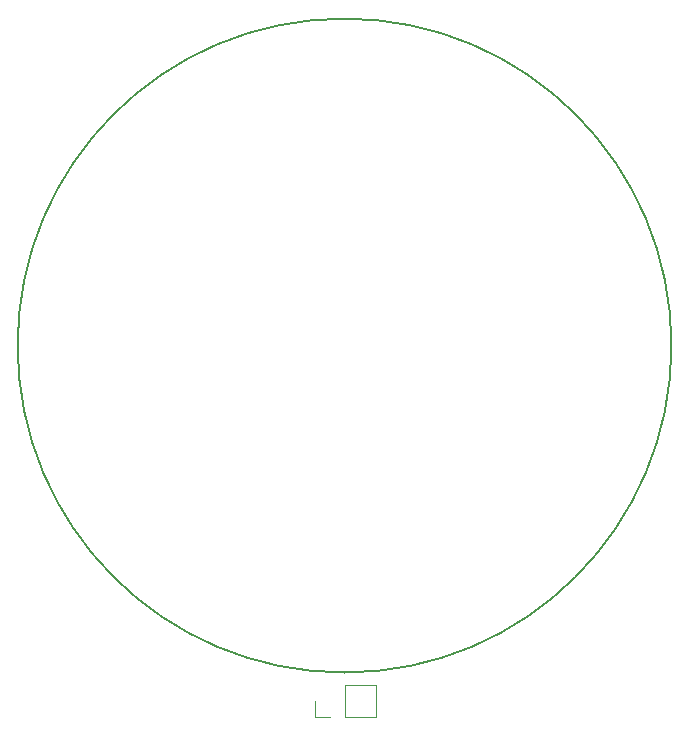
<source format=gbr>
%TF.GenerationSoftware,KiCad,Pcbnew,5.99.0-unknown-ad88874~101~ubuntu20.04.1*%
%TF.CreationDate,2020-05-19T22:27:38-04:00*%
%TF.ProjectId,pcbcoil,70636263-6f69-46c2-9e6b-696361645f70,rev?*%
%TF.SameCoordinates,Original*%
%TF.FileFunction,Legend,Top*%
%TF.FilePolarity,Positive*%
%FSLAX46Y46*%
G04 Gerber Fmt 4.6, Leading zero omitted, Abs format (unit mm)*
G04 Created by KiCad (PCBNEW 5.99.0-unknown-ad88874~101~ubuntu20.04.1) date 2020-05-19 22:27:38*
%MOMM*%
%LPD*%
G01*
G04 APERTURE LIST*
%ADD10C,0.200000*%
%ADD11C,0.120000*%
G04 APERTURE END LIST*
D10*
X172681221Y-87500000D02*
G75*
G03*
X172681221Y-87500000I-27681221J0D01*
G01*
D11*
%TO.C,J1*%
X147670000Y-118930000D02*
X147670000Y-116270000D01*
X145070000Y-118930000D02*
X147670000Y-118930000D01*
X145070000Y-116270000D02*
X147670000Y-116270000D01*
X145070000Y-118930000D02*
X145070000Y-116270000D01*
X143800000Y-118930000D02*
X142470000Y-118930000D01*
X142470000Y-118930000D02*
X142470000Y-117600000D01*
%TD*%
M02*

</source>
